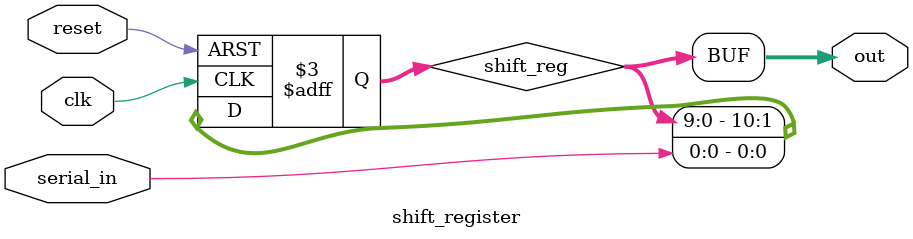
<source format=sv>
module shift_register
    #(parameter N=11)
    (input logic clk, reset, serial_in,
    output logic [N-1:0] out);

    reg [N-1:0] shift_reg;
    always_ff@(posedge clk, posedge reset) begin
        if (reset)
            shift_reg <= '1;
        else begin
            shift_reg <= (shift_reg << 1);
            shift_reg[0] <= serial_in;
        end
    end

    assign out = shift_reg;

endmodule

</source>
